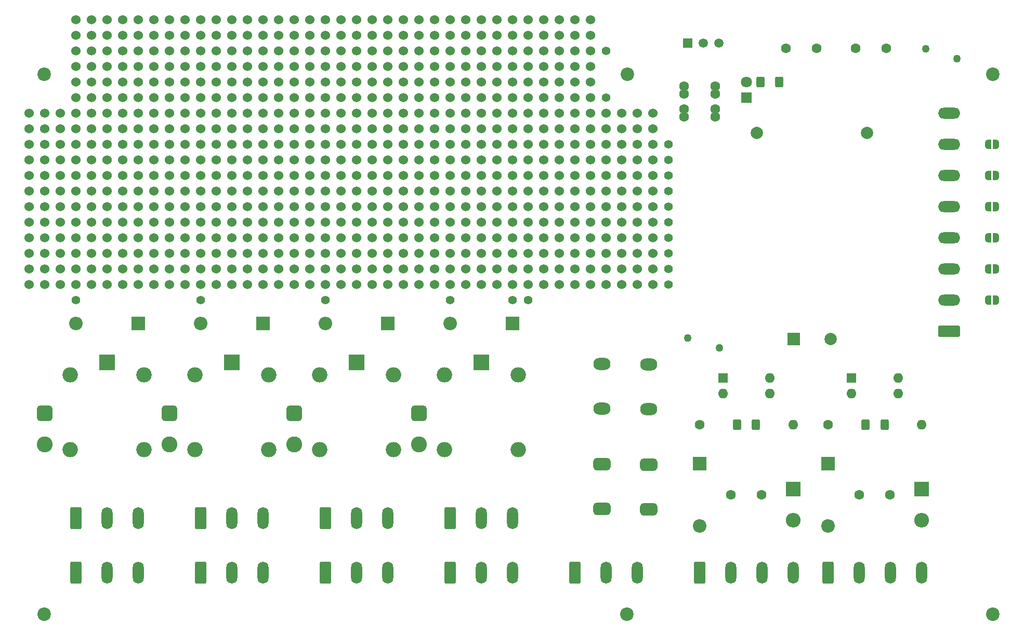
<source format=gbs>
G04 #@! TF.GenerationSoftware,KiCad,Pcbnew,7.0.9*
G04 #@! TF.CreationDate,2024-10-14T21:56:29+02:00*
G04 #@! TF.ProjectId,unister,756e6973-7465-4722-9e6b-696361645f70,rev?*
G04 #@! TF.SameCoordinates,Original*
G04 #@! TF.FileFunction,Soldermask,Bot*
G04 #@! TF.FilePolarity,Negative*
%FSLAX46Y46*%
G04 Gerber Fmt 4.6, Leading zero omitted, Abs format (unit mm)*
G04 Created by KiCad (PCBNEW 7.0.9) date 2024-10-14 21:56:29*
%MOMM*%
%LPD*%
G01*
G04 APERTURE LIST*
G04 Aperture macros list*
%AMRoundRect*
0 Rectangle with rounded corners*
0 $1 Rounding radius*
0 $2 $3 $4 $5 $6 $7 $8 $9 X,Y pos of 4 corners*
0 Add a 4 corners polygon primitive as box body*
4,1,4,$2,$3,$4,$5,$6,$7,$8,$9,$2,$3,0*
0 Add four circle primitives for the rounded corners*
1,1,$1+$1,$2,$3*
1,1,$1+$1,$4,$5*
1,1,$1+$1,$6,$7*
1,1,$1+$1,$8,$9*
0 Add four rect primitives between the rounded corners*
20,1,$1+$1,$2,$3,$4,$5,0*
20,1,$1+$1,$4,$5,$6,$7,0*
20,1,$1+$1,$6,$7,$8,$9,0*
20,1,$1+$1,$8,$9,$2,$3,0*%
%AMFreePoly0*
4,1,19,0.500000,-0.750000,0.000000,-0.750000,0.000000,-0.744911,-0.071157,-0.744911,-0.207708,-0.704816,-0.327430,-0.627875,-0.420627,-0.520320,-0.479746,-0.390866,-0.500000,-0.250000,-0.500000,0.250000,-0.479746,0.390866,-0.420627,0.520320,-0.327430,0.627875,-0.207708,0.704816,-0.071157,0.744911,0.000000,0.744911,0.000000,0.750000,0.500000,0.750000,0.500000,-0.750000,0.500000,-0.750000,
$1*%
%AMFreePoly1*
4,1,19,0.000000,0.744911,0.071157,0.744911,0.207708,0.704816,0.327430,0.627875,0.420627,0.520320,0.479746,0.390866,0.500000,0.250000,0.500000,-0.250000,0.479746,-0.390866,0.420627,-0.520320,0.327430,-0.627875,0.207708,-0.704816,0.071157,-0.744911,0.000000,-0.744911,0.000000,-0.750000,-0.500000,-0.750000,-0.500000,0.750000,0.000000,0.750000,0.000000,0.744911,0.000000,0.744911,
$1*%
G04 Aperture macros list end*
%ADD10R,2.000000X2.000000*%
%ADD11C,2.000000*%
%ADD12C,1.600000*%
%ADD13O,1.600000X1.600000*%
%ADD14C,1.524000*%
%ADD15R,2.200000X2.200000*%
%ADD16O,2.200000X2.200000*%
%ADD17C,1.270000*%
%ADD18C,1.400000*%
%ADD19RoundRect,0.250000X1.550000X-0.650000X1.550000X0.650000X-1.550000X0.650000X-1.550000X-0.650000X0*%
%ADD20O,3.600000X1.800000*%
%ADD21RoundRect,0.250000X-0.650000X-1.550000X0.650000X-1.550000X0.650000X1.550000X-0.650000X1.550000X0*%
%ADD22O,1.800000X3.600000*%
%ADD23R,1.500000X1.500000*%
%ADD24C,1.500000*%
%ADD25R,2.500000X2.500000*%
%ADD26O,2.500000X2.500000*%
%ADD27RoundRect,0.500000X0.900000X-0.500000X0.900000X0.500000X-0.900000X0.500000X-0.900000X-0.500000X0*%
%ADD28O,2.800000X2.000000*%
%ADD29C,2.200000*%
%ADD30R,2.400000X2.400000*%
%ADD31O,2.400000X2.400000*%
%ADD32R,1.800000X1.800000*%
%ADD33C,1.800000*%
%ADD34RoundRect,0.650000X-0.650000X0.650000X-0.650000X-0.650000X0.650000X-0.650000X0.650000X0.650000X0*%
%ADD35C,2.600000*%
%ADD36R,1.600000X1.600000*%
%ADD37FreePoly0,0.000000*%
%ADD38FreePoly1,0.000000*%
%ADD39RoundRect,0.250000X-0.400000X-0.625000X0.400000X-0.625000X0.400000X0.625000X-0.400000X0.625000X0*%
%ADD40RoundRect,0.250000X0.400000X0.625000X-0.400000X0.625000X-0.400000X-0.625000X0.400000X-0.625000X0*%
G04 APERTURE END LIST*
D10*
X188025000Y-97100000D03*
D11*
X194025000Y-97100000D03*
X182025000Y-63500000D03*
X200025000Y-63500000D03*
D12*
X193675000Y-111125000D03*
D13*
X208915000Y-111125000D03*
D14*
X66040000Y-75565000D03*
X68580000Y-65405000D03*
X68580000Y-60325000D03*
D15*
X193675000Y-117475000D03*
D16*
X193675000Y-127635000D03*
D17*
X170805000Y-96990000D03*
X175905000Y-98590000D03*
D18*
X167640000Y-78105000D03*
D14*
X68580000Y-62865000D03*
D15*
X81297500Y-94615000D03*
D16*
X71137500Y-94615000D03*
D15*
X172720000Y-117475000D03*
D16*
X172720000Y-127635000D03*
D14*
X68580000Y-67945000D03*
D19*
X213360000Y-95885000D03*
D20*
X213360000Y-90805000D03*
X213360000Y-85725000D03*
X213360000Y-80645000D03*
X213360000Y-75565000D03*
X213360000Y-70485000D03*
X213360000Y-65405000D03*
X213360000Y-60325000D03*
D14*
X63500000Y-83185000D03*
D21*
X152400000Y-135255000D03*
D22*
X157480000Y-135255000D03*
X162560000Y-135255000D03*
D18*
X111760000Y-90805000D03*
D14*
X66040000Y-60325000D03*
D23*
X170815000Y-48895000D03*
D24*
X173355000Y-48895000D03*
X175895000Y-48895000D03*
D12*
X182840000Y-122555000D03*
X177840000Y-122555000D03*
X203755000Y-122555000D03*
X198755000Y-122555000D03*
D14*
X68580000Y-73025000D03*
D18*
X167640000Y-83185000D03*
D25*
X96537500Y-100965000D03*
D26*
X90537500Y-102965000D03*
X90537500Y-115165000D03*
X102537500Y-115165000D03*
X102537500Y-102965000D03*
D27*
X164465000Y-124935000D03*
X164465000Y-117665000D03*
D28*
X164465000Y-108585000D03*
X164465000Y-101315000D03*
D21*
X132088750Y-126365000D03*
D22*
X137168750Y-126365000D03*
X142248750Y-126365000D03*
D14*
X66040000Y-65405000D03*
X63500000Y-62865000D03*
D18*
X157480000Y-57785000D03*
D29*
X161000000Y-54000000D03*
D21*
X132088750Y-135255000D03*
D22*
X137168750Y-135255000D03*
X142248750Y-135255000D03*
D12*
X203160000Y-49715000D03*
X198160000Y-49715000D03*
D14*
X68580000Y-75565000D03*
D18*
X157480000Y-50165000D03*
D14*
X63500000Y-75565000D03*
D15*
X121955000Y-94615000D03*
D16*
X111795000Y-94615000D03*
D18*
X167640000Y-85725000D03*
D30*
X187960000Y-121585000D03*
D31*
X187960000Y-126665000D03*
D14*
X68580000Y-85725000D03*
D18*
X167640000Y-73025000D03*
D14*
X66040000Y-70485000D03*
D29*
X66000000Y-54000000D03*
D14*
X68580000Y-88265000D03*
D25*
X116875000Y-100965000D03*
D26*
X110875000Y-102965000D03*
X110875000Y-115165000D03*
X122875000Y-115165000D03*
X122875000Y-102965000D03*
D14*
X66040000Y-83185000D03*
D25*
X76200000Y-100965000D03*
D26*
X70200000Y-102965000D03*
X70200000Y-115165000D03*
X82200000Y-115165000D03*
X82200000Y-102965000D03*
D25*
X137160000Y-100965000D03*
D26*
X131160000Y-102965000D03*
X131160000Y-115165000D03*
X143160000Y-115165000D03*
X143160000Y-102965000D03*
D14*
X68580000Y-78105000D03*
D18*
X71120000Y-90805000D03*
D14*
X66040000Y-73025000D03*
D27*
X156845000Y-124840000D03*
X156845000Y-117570000D03*
D28*
X156845000Y-108490000D03*
X156845000Y-101220000D03*
D14*
X63500000Y-80645000D03*
D18*
X167640000Y-80645000D03*
D14*
X66040000Y-67945000D03*
X66040000Y-85725000D03*
D32*
X180340000Y-57785000D03*
D33*
X180340000Y-55245000D03*
D14*
X63500000Y-65405000D03*
D21*
X91457500Y-126365000D03*
D22*
X96537500Y-126365000D03*
X101617500Y-126365000D03*
D34*
X127000000Y-109220000D03*
D35*
X127000000Y-114300000D03*
D29*
X220500000Y-142000000D03*
D18*
X167640000Y-70485000D03*
X142240000Y-90805000D03*
D21*
X111777500Y-126365000D03*
D22*
X116857500Y-126365000D03*
X121937500Y-126365000D03*
D14*
X68580000Y-83185000D03*
X63500000Y-88265000D03*
X157480000Y-62865000D03*
X160020000Y-62865000D03*
X162560000Y-62865000D03*
X165100000Y-62865000D03*
X157480000Y-65405000D03*
X160020000Y-65405000D03*
X162560000Y-65405000D03*
X165100000Y-65405000D03*
X157480000Y-67945000D03*
X160020000Y-67945000D03*
X162560000Y-67945000D03*
X165100000Y-67945000D03*
X157480000Y-70485000D03*
X160020000Y-70485000D03*
X162560000Y-70485000D03*
X165100000Y-70485000D03*
X157480000Y-73025000D03*
X160020000Y-73025000D03*
X162560000Y-73025000D03*
X165100000Y-73025000D03*
X157480000Y-75565000D03*
X160020000Y-75565000D03*
X162560000Y-75565000D03*
X165100000Y-75565000D03*
X157480000Y-78105000D03*
X160020000Y-78105000D03*
X162560000Y-78105000D03*
X165100000Y-78105000D03*
X157480000Y-80645000D03*
X160020000Y-80645000D03*
X162560000Y-80645000D03*
X165100000Y-80645000D03*
X157480000Y-83185000D03*
X160020000Y-83185000D03*
X71120000Y-45085000D03*
X162560000Y-83185000D03*
X73660000Y-45085000D03*
X165100000Y-83185000D03*
X76200000Y-45085000D03*
X157480000Y-85725000D03*
X78740000Y-45085000D03*
X160020000Y-85725000D03*
X81280000Y-45085000D03*
X162560000Y-85725000D03*
X83820000Y-45085000D03*
X165100000Y-85725000D03*
X86360000Y-45085000D03*
X157480000Y-88265000D03*
X88900000Y-45085000D03*
X160020000Y-88265000D03*
X91440000Y-45085000D03*
X162560000Y-88265000D03*
X93980000Y-45085000D03*
X165100000Y-88265000D03*
X96520000Y-45085000D03*
X99060000Y-45085000D03*
X101600000Y-45085000D03*
X104140000Y-45085000D03*
X106680000Y-45085000D03*
X109220000Y-45085000D03*
X111760000Y-45085000D03*
X114300000Y-45085000D03*
X116840000Y-45085000D03*
X119380000Y-45085000D03*
X121920000Y-45085000D03*
X124460000Y-45085000D03*
X127000000Y-45085000D03*
X129540000Y-45085000D03*
X132080000Y-45085000D03*
X134620000Y-45085000D03*
X137160000Y-45085000D03*
X139700000Y-45085000D03*
X142240000Y-45085000D03*
X144780000Y-45085000D03*
X147320000Y-45085000D03*
X149860000Y-45085000D03*
X152400000Y-45085000D03*
X154940000Y-45085000D03*
X71120000Y-47625000D03*
X73660000Y-47625000D03*
X76200000Y-47625000D03*
X78740000Y-47625000D03*
X81280000Y-47625000D03*
X83820000Y-47625000D03*
X86360000Y-47625000D03*
X88900000Y-47625000D03*
X91440000Y-47625000D03*
X93980000Y-47625000D03*
X96520000Y-47625000D03*
X99060000Y-47625000D03*
X101600000Y-47625000D03*
X104140000Y-47625000D03*
X106680000Y-47625000D03*
X109220000Y-47625000D03*
X111760000Y-47625000D03*
X114300000Y-47625000D03*
X116840000Y-47625000D03*
X119380000Y-47625000D03*
X121920000Y-47625000D03*
X124460000Y-47625000D03*
X127000000Y-47625000D03*
X129540000Y-47625000D03*
X132080000Y-47625000D03*
X134620000Y-47625000D03*
X137160000Y-47625000D03*
X139700000Y-47625000D03*
X142240000Y-47625000D03*
X144780000Y-47625000D03*
X147320000Y-47625000D03*
X149860000Y-47625000D03*
X152400000Y-47625000D03*
X154940000Y-47625000D03*
X71120000Y-50165000D03*
X73660000Y-50165000D03*
X76200000Y-50165000D03*
X78740000Y-50165000D03*
X81280000Y-50165000D03*
X83820000Y-50165000D03*
X86360000Y-50165000D03*
X88900000Y-50165000D03*
X91440000Y-50165000D03*
X93980000Y-50165000D03*
X96520000Y-50165000D03*
X99060000Y-50165000D03*
X101600000Y-50165000D03*
X104140000Y-50165000D03*
X106680000Y-50165000D03*
X109220000Y-50165000D03*
X111760000Y-50165000D03*
X114300000Y-50165000D03*
X116840000Y-50165000D03*
X119380000Y-50165000D03*
X121920000Y-50165000D03*
X124460000Y-50165000D03*
X127000000Y-50165000D03*
X129540000Y-50165000D03*
X132080000Y-50165000D03*
X134620000Y-50165000D03*
X137160000Y-50165000D03*
X139700000Y-50165000D03*
X142240000Y-50165000D03*
X144780000Y-50165000D03*
X147320000Y-50165000D03*
X149860000Y-50165000D03*
X152400000Y-50165000D03*
X154940000Y-50165000D03*
X71120000Y-52705000D03*
X73660000Y-52705000D03*
X76200000Y-52705000D03*
X78740000Y-52705000D03*
X81280000Y-52705000D03*
X83820000Y-52705000D03*
X86360000Y-52705000D03*
X88900000Y-52705000D03*
X91440000Y-52705000D03*
X93980000Y-52705000D03*
X96520000Y-52705000D03*
X99060000Y-52705000D03*
X101600000Y-52705000D03*
X104140000Y-52705000D03*
X106680000Y-52705000D03*
X109220000Y-52705000D03*
X111760000Y-52705000D03*
X114300000Y-52705000D03*
X116840000Y-52705000D03*
X119380000Y-52705000D03*
X121920000Y-52705000D03*
X124460000Y-52705000D03*
X127000000Y-52705000D03*
X129540000Y-52705000D03*
X132080000Y-52705000D03*
X134620000Y-52705000D03*
X137160000Y-52705000D03*
X139700000Y-52705000D03*
X142240000Y-52705000D03*
X144780000Y-52705000D03*
X147320000Y-52705000D03*
X149860000Y-52705000D03*
X152400000Y-52705000D03*
X154940000Y-52705000D03*
X71120000Y-55245000D03*
X73660000Y-55245000D03*
X76200000Y-55245000D03*
X78740000Y-55245000D03*
X81280000Y-55245000D03*
X83820000Y-55245000D03*
X86360000Y-55245000D03*
X88900000Y-55245000D03*
X91440000Y-55245000D03*
X93980000Y-55245000D03*
X96520000Y-55245000D03*
X99060000Y-55245000D03*
X101600000Y-55245000D03*
X104140000Y-55245000D03*
X106680000Y-55245000D03*
X109220000Y-55245000D03*
X111760000Y-55245000D03*
X114300000Y-55245000D03*
X116840000Y-55245000D03*
X119380000Y-55245000D03*
X121920000Y-55245000D03*
X124460000Y-55245000D03*
X127000000Y-55245000D03*
X129540000Y-55245000D03*
X132080000Y-55245000D03*
X134620000Y-55245000D03*
X137160000Y-55245000D03*
X139700000Y-55245000D03*
X142240000Y-55245000D03*
X144780000Y-55245000D03*
X147320000Y-55245000D03*
X149860000Y-55245000D03*
X152400000Y-55245000D03*
X154940000Y-55245000D03*
X71120000Y-57785000D03*
X73660000Y-57785000D03*
X76200000Y-57785000D03*
X78740000Y-57785000D03*
X81280000Y-57785000D03*
X83820000Y-57785000D03*
X86360000Y-57785000D03*
X88900000Y-57785000D03*
X91440000Y-57785000D03*
X93980000Y-57785000D03*
X96520000Y-57785000D03*
X99060000Y-57785000D03*
X101600000Y-57785000D03*
X104140000Y-57785000D03*
X106680000Y-57785000D03*
X109220000Y-57785000D03*
X111760000Y-57785000D03*
X114300000Y-57785000D03*
X116840000Y-57785000D03*
X119380000Y-57785000D03*
X121920000Y-57785000D03*
X124460000Y-57785000D03*
X127000000Y-57785000D03*
X129540000Y-57785000D03*
X132080000Y-57785000D03*
X134620000Y-57785000D03*
X137160000Y-57785000D03*
X139700000Y-57785000D03*
X142240000Y-57785000D03*
X144780000Y-57785000D03*
X147320000Y-57785000D03*
X149860000Y-57785000D03*
X152400000Y-57785000D03*
X154940000Y-57785000D03*
X71120000Y-60325000D03*
X73660000Y-60325000D03*
X76200000Y-60325000D03*
X78740000Y-60325000D03*
X81280000Y-60325000D03*
X83820000Y-60325000D03*
X86360000Y-60325000D03*
X88900000Y-60325000D03*
X91440000Y-60325000D03*
X93980000Y-60325000D03*
X96520000Y-60325000D03*
X99060000Y-60325000D03*
X101600000Y-60325000D03*
X104140000Y-60325000D03*
X106680000Y-60325000D03*
X109220000Y-60325000D03*
X111760000Y-60325000D03*
X114300000Y-60325000D03*
X116840000Y-60325000D03*
X119380000Y-60325000D03*
X121920000Y-60325000D03*
X124460000Y-60325000D03*
X127000000Y-60325000D03*
X129540000Y-60325000D03*
X132080000Y-60325000D03*
X134620000Y-60325000D03*
X137160000Y-60325000D03*
X139700000Y-60325000D03*
X142240000Y-60325000D03*
X144780000Y-60325000D03*
X147320000Y-60325000D03*
X149860000Y-60325000D03*
X152400000Y-60325000D03*
X154940000Y-60325000D03*
X71120000Y-62865000D03*
X73660000Y-62865000D03*
X76200000Y-62865000D03*
X78740000Y-62865000D03*
X81280000Y-62865000D03*
X83820000Y-62865000D03*
X86360000Y-62865000D03*
X88900000Y-62865000D03*
X91440000Y-62865000D03*
X93980000Y-62865000D03*
X96520000Y-62865000D03*
X99060000Y-62865000D03*
X101600000Y-62865000D03*
X104140000Y-62865000D03*
X106680000Y-62865000D03*
X109220000Y-62865000D03*
X111760000Y-62865000D03*
X114300000Y-62865000D03*
X116840000Y-62865000D03*
X119380000Y-62865000D03*
X121920000Y-62865000D03*
X124460000Y-62865000D03*
X127000000Y-62865000D03*
X129540000Y-62865000D03*
X132080000Y-62865000D03*
X134620000Y-62865000D03*
X137160000Y-62865000D03*
X139700000Y-62865000D03*
X142240000Y-62865000D03*
X144780000Y-62865000D03*
X147320000Y-62865000D03*
X149860000Y-62865000D03*
X152400000Y-62865000D03*
X154940000Y-62865000D03*
X71120000Y-65405000D03*
X73660000Y-65405000D03*
X76200000Y-65405000D03*
X78740000Y-65405000D03*
X81280000Y-65405000D03*
X83820000Y-65405000D03*
X86360000Y-65405000D03*
X88900000Y-65405000D03*
X91440000Y-65405000D03*
X93980000Y-65405000D03*
X96520000Y-65405000D03*
X99060000Y-65405000D03*
X101600000Y-65405000D03*
X104140000Y-65405000D03*
X106680000Y-65405000D03*
X109220000Y-65405000D03*
X111760000Y-65405000D03*
X114300000Y-65405000D03*
X116840000Y-65405000D03*
X119380000Y-65405000D03*
X121920000Y-65405000D03*
X124460000Y-65405000D03*
X127000000Y-65405000D03*
X129540000Y-65405000D03*
X132080000Y-65405000D03*
X134620000Y-65405000D03*
X137160000Y-65405000D03*
X139700000Y-65405000D03*
X142240000Y-65405000D03*
X144780000Y-65405000D03*
X147320000Y-65405000D03*
X149860000Y-65405000D03*
X152400000Y-65405000D03*
X154940000Y-65405000D03*
X71120000Y-67945000D03*
X73660000Y-67945000D03*
X76200000Y-67945000D03*
X78740000Y-67945000D03*
X81280000Y-67945000D03*
X83820000Y-67945000D03*
X86360000Y-67945000D03*
X88900000Y-67945000D03*
X91440000Y-67945000D03*
X93980000Y-67945000D03*
X96520000Y-67945000D03*
X99060000Y-67945000D03*
X101600000Y-67945000D03*
X104140000Y-67945000D03*
X106680000Y-67945000D03*
X109220000Y-67945000D03*
X111760000Y-67945000D03*
X114300000Y-67945000D03*
X116840000Y-67945000D03*
X119380000Y-67945000D03*
X121920000Y-67945000D03*
X124460000Y-67945000D03*
X127000000Y-67945000D03*
X129540000Y-67945000D03*
X132080000Y-67945000D03*
X134620000Y-67945000D03*
X137160000Y-67945000D03*
X139700000Y-67945000D03*
X142240000Y-67945000D03*
X144780000Y-67945000D03*
X147320000Y-67945000D03*
X149860000Y-67945000D03*
X152400000Y-67945000D03*
X154940000Y-67945000D03*
X71120000Y-70485000D03*
X73660000Y-70485000D03*
X76200000Y-70485000D03*
X78740000Y-70485000D03*
X81280000Y-70485000D03*
X83820000Y-70485000D03*
X86360000Y-70485000D03*
X88900000Y-70485000D03*
X91440000Y-70485000D03*
X93980000Y-70485000D03*
X96520000Y-70485000D03*
X99060000Y-70485000D03*
X101600000Y-70485000D03*
X104140000Y-70485000D03*
X106680000Y-70485000D03*
X109220000Y-70485000D03*
X111760000Y-70485000D03*
X114300000Y-70485000D03*
X116840000Y-70485000D03*
X119380000Y-70485000D03*
X121920000Y-70485000D03*
X124460000Y-70485000D03*
X127000000Y-70485000D03*
X129540000Y-70485000D03*
X132080000Y-70485000D03*
X134620000Y-70485000D03*
X137160000Y-70485000D03*
X139700000Y-70485000D03*
X142240000Y-70485000D03*
X144780000Y-70485000D03*
X147320000Y-70485000D03*
X149860000Y-70485000D03*
X152400000Y-70485000D03*
X154940000Y-70485000D03*
X71120000Y-73025000D03*
X73660000Y-73025000D03*
X76200000Y-73025000D03*
X78740000Y-73025000D03*
X81280000Y-73025000D03*
X83820000Y-73025000D03*
X86360000Y-73025000D03*
X88900000Y-73025000D03*
X91440000Y-73025000D03*
X93980000Y-73025000D03*
X96520000Y-73025000D03*
X99060000Y-73025000D03*
X101600000Y-73025000D03*
X104140000Y-73025000D03*
X106680000Y-73025000D03*
X109220000Y-73025000D03*
X111760000Y-73025000D03*
X114300000Y-73025000D03*
X116840000Y-73025000D03*
X119380000Y-73025000D03*
X121920000Y-73025000D03*
X124460000Y-73025000D03*
X127000000Y-73025000D03*
X129540000Y-73025000D03*
X132080000Y-73025000D03*
X134620000Y-73025000D03*
X137160000Y-73025000D03*
X139700000Y-73025000D03*
X142240000Y-73025000D03*
X144780000Y-73025000D03*
X147320000Y-73025000D03*
X149860000Y-73025000D03*
X152400000Y-73025000D03*
X154940000Y-73025000D03*
X71120000Y-75565000D03*
X73660000Y-75565000D03*
X76200000Y-75565000D03*
X78740000Y-75565000D03*
X81280000Y-75565000D03*
X83820000Y-75565000D03*
X86360000Y-75565000D03*
X88900000Y-75565000D03*
X91440000Y-75565000D03*
X93980000Y-75565000D03*
X96520000Y-75565000D03*
X99060000Y-75565000D03*
X101600000Y-75565000D03*
X104140000Y-75565000D03*
X106680000Y-75565000D03*
X109220000Y-75565000D03*
X111760000Y-75565000D03*
X114300000Y-75565000D03*
X116840000Y-75565000D03*
X119380000Y-75565000D03*
X121920000Y-75565000D03*
X124460000Y-75565000D03*
X127000000Y-75565000D03*
X129540000Y-75565000D03*
X132080000Y-75565000D03*
X134620000Y-75565000D03*
X137160000Y-75565000D03*
X139700000Y-75565000D03*
X142240000Y-75565000D03*
X144780000Y-75565000D03*
X147320000Y-75565000D03*
X149860000Y-75565000D03*
X152400000Y-75565000D03*
X154940000Y-75565000D03*
X71120000Y-78105000D03*
X73660000Y-78105000D03*
X76200000Y-78105000D03*
X78740000Y-78105000D03*
X81280000Y-78105000D03*
X83820000Y-78105000D03*
X86360000Y-78105000D03*
X88900000Y-78105000D03*
X91440000Y-78105000D03*
X93980000Y-78105000D03*
X96520000Y-78105000D03*
X99060000Y-78105000D03*
X101600000Y-78105000D03*
X104140000Y-78105000D03*
X106680000Y-78105000D03*
X109220000Y-78105000D03*
X111760000Y-78105000D03*
X114300000Y-78105000D03*
X116840000Y-78105000D03*
X119380000Y-78105000D03*
X121920000Y-78105000D03*
X124460000Y-78105000D03*
X127000000Y-78105000D03*
X129540000Y-78105000D03*
X132080000Y-78105000D03*
X134620000Y-78105000D03*
X137160000Y-78105000D03*
X139700000Y-78105000D03*
X142240000Y-78105000D03*
X144780000Y-78105000D03*
X147320000Y-78105000D03*
X149860000Y-78105000D03*
X152400000Y-78105000D03*
X154940000Y-78105000D03*
X71120000Y-80645000D03*
X73660000Y-80645000D03*
X76200000Y-80645000D03*
X78740000Y-80645000D03*
X81280000Y-80645000D03*
X83820000Y-80645000D03*
X86360000Y-80645000D03*
X88900000Y-80645000D03*
X91440000Y-80645000D03*
X93980000Y-80645000D03*
X96520000Y-80645000D03*
X99060000Y-80645000D03*
X101600000Y-80645000D03*
X104140000Y-80645000D03*
X106680000Y-80645000D03*
X109220000Y-80645000D03*
X111760000Y-80645000D03*
X114300000Y-80645000D03*
X116840000Y-80645000D03*
X119380000Y-80645000D03*
X121920000Y-80645000D03*
X124460000Y-80645000D03*
X127000000Y-80645000D03*
X129540000Y-80645000D03*
X132080000Y-80645000D03*
X134620000Y-80645000D03*
X137160000Y-80645000D03*
X139700000Y-80645000D03*
X142240000Y-80645000D03*
X144780000Y-80645000D03*
X147320000Y-80645000D03*
X149860000Y-80645000D03*
X152400000Y-80645000D03*
X154940000Y-80645000D03*
X71120000Y-83185000D03*
X73660000Y-83185000D03*
X76200000Y-83185000D03*
X78740000Y-83185000D03*
X81280000Y-83185000D03*
X83820000Y-83185000D03*
X86360000Y-83185000D03*
X88900000Y-83185000D03*
X91440000Y-83185000D03*
X93980000Y-83185000D03*
X96520000Y-83185000D03*
X99060000Y-83185000D03*
X101600000Y-83185000D03*
X104140000Y-83185000D03*
X106680000Y-83185000D03*
X109220000Y-83185000D03*
X111760000Y-83185000D03*
X114300000Y-83185000D03*
X116840000Y-83185000D03*
X119380000Y-83185000D03*
X121920000Y-83185000D03*
X124460000Y-83185000D03*
X127000000Y-83185000D03*
X129540000Y-83185000D03*
X132080000Y-83185000D03*
X134620000Y-83185000D03*
X137160000Y-83185000D03*
X139700000Y-83185000D03*
X142240000Y-83185000D03*
X144780000Y-83185000D03*
X147320000Y-83185000D03*
X149860000Y-83185000D03*
X152400000Y-83185000D03*
X154940000Y-83185000D03*
X71120000Y-85725000D03*
X73660000Y-85725000D03*
X76200000Y-85725000D03*
X78740000Y-85725000D03*
X81280000Y-85725000D03*
X83820000Y-85725000D03*
X86360000Y-85725000D03*
X88900000Y-85725000D03*
X91440000Y-85725000D03*
X93980000Y-85725000D03*
X96520000Y-85725000D03*
X99060000Y-85725000D03*
X101600000Y-85725000D03*
X104140000Y-85725000D03*
X106680000Y-85725000D03*
X109220000Y-85725000D03*
X111760000Y-85725000D03*
X114300000Y-85725000D03*
X116840000Y-85725000D03*
X119380000Y-85725000D03*
X121920000Y-85725000D03*
X124460000Y-85725000D03*
X127000000Y-85725000D03*
X129540000Y-85725000D03*
X132080000Y-85725000D03*
X134620000Y-85725000D03*
X137160000Y-85725000D03*
X139700000Y-85725000D03*
X142240000Y-85725000D03*
X144780000Y-85725000D03*
X147320000Y-85725000D03*
X149860000Y-85725000D03*
X152400000Y-85725000D03*
X154940000Y-85725000D03*
X71120000Y-88265000D03*
X73660000Y-88265000D03*
X76200000Y-88265000D03*
X78740000Y-88265000D03*
X81280000Y-88265000D03*
X83820000Y-88265000D03*
X86360000Y-88265000D03*
X88900000Y-88265000D03*
X91440000Y-88265000D03*
X93980000Y-88265000D03*
X96520000Y-88265000D03*
X99060000Y-88265000D03*
X101600000Y-88265000D03*
X104140000Y-88265000D03*
X106680000Y-88265000D03*
X109220000Y-88265000D03*
X111760000Y-88265000D03*
X114300000Y-88265000D03*
X116840000Y-88265000D03*
X119380000Y-88265000D03*
X121920000Y-88265000D03*
X124460000Y-88265000D03*
X127000000Y-88265000D03*
X129540000Y-88265000D03*
X132080000Y-88265000D03*
X134620000Y-88265000D03*
X137160000Y-88265000D03*
X139700000Y-88265000D03*
X142240000Y-88265000D03*
X144780000Y-88265000D03*
X147320000Y-88265000D03*
X149860000Y-88265000D03*
X152400000Y-88265000D03*
X154940000Y-88265000D03*
X157480000Y-60325000D03*
X160020000Y-60325000D03*
X162560000Y-60325000D03*
X165100000Y-60325000D03*
D21*
X193675000Y-135255000D03*
D22*
X198755000Y-135255000D03*
X203835000Y-135255000D03*
X208915000Y-135255000D03*
D14*
X63500000Y-60325000D03*
D12*
X191770000Y-49715000D03*
X186770000Y-49715000D03*
D14*
X63500000Y-70485000D03*
X66040000Y-88265000D03*
D12*
X170180000Y-60920000D03*
X170180000Y-59670000D03*
X170180000Y-57170000D03*
X170180000Y-55920000D03*
D15*
X142248750Y-94615000D03*
D16*
X132088750Y-94615000D03*
D18*
X132080000Y-90805000D03*
D14*
X68580000Y-70485000D03*
D18*
X91440000Y-90805000D03*
D34*
X86360000Y-109220000D03*
D35*
X86360000Y-114300000D03*
D14*
X66040000Y-80645000D03*
X66040000Y-62865000D03*
D36*
X197485000Y-103505000D03*
D13*
X197485000Y-106045000D03*
X205105000Y-106045000D03*
X205105000Y-103505000D03*
D21*
X91457500Y-135255000D03*
D22*
X96537500Y-135255000D03*
X101617500Y-135255000D03*
D21*
X71137500Y-126365000D03*
D22*
X76217500Y-126365000D03*
X81297500Y-126365000D03*
D17*
X214630000Y-51435000D03*
X209530000Y-49835000D03*
D29*
X160900000Y-142000000D03*
D14*
X63500000Y-85725000D03*
D18*
X167640000Y-75565000D03*
D34*
X66040000Y-109220000D03*
D35*
X66040000Y-114300000D03*
D29*
X66000000Y-142000000D03*
D21*
X172720000Y-135255000D03*
D22*
X177800000Y-135255000D03*
X182880000Y-135255000D03*
X187960000Y-135255000D03*
D14*
X63500000Y-73025000D03*
D29*
X220500000Y-54000000D03*
D18*
X167640000Y-88265000D03*
D21*
X71137500Y-135255000D03*
D22*
X76217500Y-135255000D03*
X81297500Y-135255000D03*
D34*
X106697500Y-109220000D03*
D35*
X106697500Y-114300000D03*
D36*
X176540000Y-103500000D03*
D13*
X176540000Y-106040000D03*
X184160000Y-106040000D03*
X184160000Y-103500000D03*
D18*
X144780000Y-90805000D03*
D12*
X175260000Y-60920000D03*
X175260000Y-59670000D03*
X175260000Y-57170000D03*
X175260000Y-55920000D03*
D21*
X111777500Y-135255000D03*
D22*
X116857500Y-135255000D03*
X121937500Y-135255000D03*
D12*
X172720000Y-111125000D03*
D13*
X187960000Y-111125000D03*
D14*
X63500000Y-78105000D03*
X63500000Y-67945000D03*
D18*
X167640000Y-65405000D03*
X167640000Y-67945000D03*
D14*
X68580000Y-80645000D03*
D15*
X101617500Y-94615000D03*
D16*
X91457500Y-94615000D03*
D14*
X66040000Y-78105000D03*
D30*
X208915000Y-121585000D03*
D31*
X208915000Y-126665000D03*
D37*
X219680000Y-65405000D03*
D38*
X220980000Y-65405000D03*
D37*
X219710000Y-75565000D03*
D38*
X221010000Y-75565000D03*
D37*
X219680000Y-80645000D03*
D38*
X220980000Y-80645000D03*
D37*
X219710000Y-85725000D03*
D38*
X221010000Y-85725000D03*
D37*
X219710000Y-90805000D03*
D38*
X221010000Y-90805000D03*
D39*
X182600000Y-55245000D03*
X185700000Y-55245000D03*
D40*
X202845000Y-111125000D03*
X199745000Y-111125000D03*
X181890000Y-111125000D03*
X178790000Y-111125000D03*
D37*
X219680000Y-70485000D03*
D38*
X220980000Y-70485000D03*
M02*

</source>
